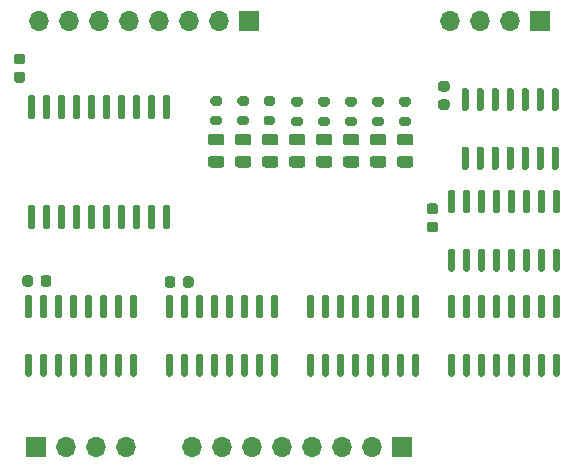
<source format=gbr>
%TF.GenerationSoftware,KiCad,Pcbnew,(5.1.10-1-10_14)*%
%TF.CreationDate,2021-09-22T20:52:25-04:00*%
%TF.ProjectId,SHIFT,53484946-542e-46b6-9963-61645f706362,rev?*%
%TF.SameCoordinates,Original*%
%TF.FileFunction,Soldermask,Top*%
%TF.FilePolarity,Negative*%
%FSLAX46Y46*%
G04 Gerber Fmt 4.6, Leading zero omitted, Abs format (unit mm)*
G04 Created by KiCad (PCBNEW (5.1.10-1-10_14)) date 2021-09-22 20:52:25*
%MOMM*%
%LPD*%
G01*
G04 APERTURE LIST*
%ADD10R,1.700000X1.700000*%
%ADD11O,1.700000X1.700000*%
G04 APERTURE END LIST*
%TO.C,C5*%
G36*
G01*
X128640000Y-55495000D02*
X128140000Y-55495000D01*
G75*
G02*
X127915000Y-55270000I0J225000D01*
G01*
X127915000Y-54820000D01*
G75*
G02*
X128140000Y-54595000I225000J0D01*
G01*
X128640000Y-54595000D01*
G75*
G02*
X128865000Y-54820000I0J-225000D01*
G01*
X128865000Y-55270000D01*
G75*
G02*
X128640000Y-55495000I-225000J0D01*
G01*
G37*
G36*
G01*
X128640000Y-57045000D02*
X128140000Y-57045000D01*
G75*
G02*
X127915000Y-56820000I0J225000D01*
G01*
X127915000Y-56370000D01*
G75*
G02*
X128140000Y-56145000I225000J0D01*
G01*
X128640000Y-56145000D01*
G75*
G02*
X128865000Y-56370000I0J-225000D01*
G01*
X128865000Y-56820000D01*
G75*
G02*
X128640000Y-57045000I-225000J0D01*
G01*
G37*
%TD*%
%TO.C,C4*%
G36*
G01*
X142225000Y-74180000D02*
X142225000Y-73680000D01*
G75*
G02*
X142450000Y-73455000I225000J0D01*
G01*
X142900000Y-73455000D01*
G75*
G02*
X143125000Y-73680000I0J-225000D01*
G01*
X143125000Y-74180000D01*
G75*
G02*
X142900000Y-74405000I-225000J0D01*
G01*
X142450000Y-74405000D01*
G75*
G02*
X142225000Y-74180000I0J225000D01*
G01*
G37*
G36*
G01*
X140675000Y-74180000D02*
X140675000Y-73680000D01*
G75*
G02*
X140900000Y-73455000I225000J0D01*
G01*
X141350000Y-73455000D01*
G75*
G02*
X141575000Y-73680000I0J-225000D01*
G01*
X141575000Y-74180000D01*
G75*
G02*
X141350000Y-74405000I-225000J0D01*
G01*
X140900000Y-74405000D01*
G75*
G02*
X140675000Y-74180000I0J225000D01*
G01*
G37*
%TD*%
%TO.C,C3*%
G36*
G01*
X164570000Y-57815000D02*
X164070000Y-57815000D01*
G75*
G02*
X163845000Y-57590000I0J225000D01*
G01*
X163845000Y-57140000D01*
G75*
G02*
X164070000Y-56915000I225000J0D01*
G01*
X164570000Y-56915000D01*
G75*
G02*
X164795000Y-57140000I0J-225000D01*
G01*
X164795000Y-57590000D01*
G75*
G02*
X164570000Y-57815000I-225000J0D01*
G01*
G37*
G36*
G01*
X164570000Y-59365000D02*
X164070000Y-59365000D01*
G75*
G02*
X163845000Y-59140000I0J225000D01*
G01*
X163845000Y-58690000D01*
G75*
G02*
X164070000Y-58465000I225000J0D01*
G01*
X164570000Y-58465000D01*
G75*
G02*
X164795000Y-58690000I0J-225000D01*
G01*
X164795000Y-59140000D01*
G75*
G02*
X164570000Y-59365000I-225000J0D01*
G01*
G37*
%TD*%
%TO.C,C2*%
G36*
G01*
X130185000Y-74100000D02*
X130185000Y-73600000D01*
G75*
G02*
X130410000Y-73375000I225000J0D01*
G01*
X130860000Y-73375000D01*
G75*
G02*
X131085000Y-73600000I0J-225000D01*
G01*
X131085000Y-74100000D01*
G75*
G02*
X130860000Y-74325000I-225000J0D01*
G01*
X130410000Y-74325000D01*
G75*
G02*
X130185000Y-74100000I0J225000D01*
G01*
G37*
G36*
G01*
X128635000Y-74100000D02*
X128635000Y-73600000D01*
G75*
G02*
X128860000Y-73375000I225000J0D01*
G01*
X129310000Y-73375000D01*
G75*
G02*
X129535000Y-73600000I0J-225000D01*
G01*
X129535000Y-74100000D01*
G75*
G02*
X129310000Y-74325000I-225000J0D01*
G01*
X128860000Y-74325000D01*
G75*
G02*
X128635000Y-74100000I0J225000D01*
G01*
G37*
%TD*%
%TO.C,C1*%
G36*
G01*
X163600000Y-68170000D02*
X163100000Y-68170000D01*
G75*
G02*
X162875000Y-67945000I0J225000D01*
G01*
X162875000Y-67495000D01*
G75*
G02*
X163100000Y-67270000I225000J0D01*
G01*
X163600000Y-67270000D01*
G75*
G02*
X163825000Y-67495000I0J-225000D01*
G01*
X163825000Y-67945000D01*
G75*
G02*
X163600000Y-68170000I-225000J0D01*
G01*
G37*
G36*
G01*
X163600000Y-69720000D02*
X163100000Y-69720000D01*
G75*
G02*
X162875000Y-69495000I0J225000D01*
G01*
X162875000Y-69045000D01*
G75*
G02*
X163100000Y-68820000I225000J0D01*
G01*
X163600000Y-68820000D01*
G75*
G02*
X163825000Y-69045000I0J-225000D01*
G01*
X163825000Y-69495000D01*
G75*
G02*
X163600000Y-69720000I-225000J0D01*
G01*
G37*
%TD*%
%TO.C,U15*%
G36*
G01*
X161311000Y-59074000D02*
X160761000Y-59074000D01*
G75*
G02*
X160561000Y-58874000I0J200000D01*
G01*
X160561000Y-58474000D01*
G75*
G02*
X160761000Y-58274000I200000J0D01*
G01*
X161311000Y-58274000D01*
G75*
G02*
X161511000Y-58474000I0J-200000D01*
G01*
X161511000Y-58874000D01*
G75*
G02*
X161311000Y-59074000I-200000J0D01*
G01*
G37*
G36*
G01*
X161311000Y-60724000D02*
X160761000Y-60724000D01*
G75*
G02*
X160561000Y-60524000I0J200000D01*
G01*
X160561000Y-60124000D01*
G75*
G02*
X160761000Y-59924000I200000J0D01*
G01*
X161311000Y-59924000D01*
G75*
G02*
X161511000Y-60124000I0J-200000D01*
G01*
X161511000Y-60524000D01*
G75*
G02*
X161311000Y-60724000I-200000J0D01*
G01*
G37*
%TD*%
%TO.C,U14*%
G36*
G01*
X159025000Y-59074000D02*
X158475000Y-59074000D01*
G75*
G02*
X158275000Y-58874000I0J200000D01*
G01*
X158275000Y-58474000D01*
G75*
G02*
X158475000Y-58274000I200000J0D01*
G01*
X159025000Y-58274000D01*
G75*
G02*
X159225000Y-58474000I0J-200000D01*
G01*
X159225000Y-58874000D01*
G75*
G02*
X159025000Y-59074000I-200000J0D01*
G01*
G37*
G36*
G01*
X159025000Y-60724000D02*
X158475000Y-60724000D01*
G75*
G02*
X158275000Y-60524000I0J200000D01*
G01*
X158275000Y-60124000D01*
G75*
G02*
X158475000Y-59924000I200000J0D01*
G01*
X159025000Y-59924000D01*
G75*
G02*
X159225000Y-60124000I0J-200000D01*
G01*
X159225000Y-60524000D01*
G75*
G02*
X159025000Y-60724000I-200000J0D01*
G01*
G37*
%TD*%
%TO.C,U13*%
G36*
G01*
X156739000Y-59074000D02*
X156189000Y-59074000D01*
G75*
G02*
X155989000Y-58874000I0J200000D01*
G01*
X155989000Y-58474000D01*
G75*
G02*
X156189000Y-58274000I200000J0D01*
G01*
X156739000Y-58274000D01*
G75*
G02*
X156939000Y-58474000I0J-200000D01*
G01*
X156939000Y-58874000D01*
G75*
G02*
X156739000Y-59074000I-200000J0D01*
G01*
G37*
G36*
G01*
X156739000Y-60724000D02*
X156189000Y-60724000D01*
G75*
G02*
X155989000Y-60524000I0J200000D01*
G01*
X155989000Y-60124000D01*
G75*
G02*
X156189000Y-59924000I200000J0D01*
G01*
X156739000Y-59924000D01*
G75*
G02*
X156939000Y-60124000I0J-200000D01*
G01*
X156939000Y-60524000D01*
G75*
G02*
X156739000Y-60724000I-200000J0D01*
G01*
G37*
%TD*%
%TO.C,U12*%
G36*
G01*
X154453000Y-59074000D02*
X153903000Y-59074000D01*
G75*
G02*
X153703000Y-58874000I0J200000D01*
G01*
X153703000Y-58474000D01*
G75*
G02*
X153903000Y-58274000I200000J0D01*
G01*
X154453000Y-58274000D01*
G75*
G02*
X154653000Y-58474000I0J-200000D01*
G01*
X154653000Y-58874000D01*
G75*
G02*
X154453000Y-59074000I-200000J0D01*
G01*
G37*
G36*
G01*
X154453000Y-60724000D02*
X153903000Y-60724000D01*
G75*
G02*
X153703000Y-60524000I0J200000D01*
G01*
X153703000Y-60124000D01*
G75*
G02*
X153903000Y-59924000I200000J0D01*
G01*
X154453000Y-59924000D01*
G75*
G02*
X154653000Y-60124000I0J-200000D01*
G01*
X154653000Y-60524000D01*
G75*
G02*
X154453000Y-60724000I-200000J0D01*
G01*
G37*
%TD*%
%TO.C,U11*%
G36*
G01*
X152167000Y-59074000D02*
X151617000Y-59074000D01*
G75*
G02*
X151417000Y-58874000I0J200000D01*
G01*
X151417000Y-58474000D01*
G75*
G02*
X151617000Y-58274000I200000J0D01*
G01*
X152167000Y-58274000D01*
G75*
G02*
X152367000Y-58474000I0J-200000D01*
G01*
X152367000Y-58874000D01*
G75*
G02*
X152167000Y-59074000I-200000J0D01*
G01*
G37*
G36*
G01*
X152167000Y-60724000D02*
X151617000Y-60724000D01*
G75*
G02*
X151417000Y-60524000I0J200000D01*
G01*
X151417000Y-60124000D01*
G75*
G02*
X151617000Y-59924000I200000J0D01*
G01*
X152167000Y-59924000D01*
G75*
G02*
X152367000Y-60124000I0J-200000D01*
G01*
X152367000Y-60524000D01*
G75*
G02*
X152167000Y-60724000I-200000J0D01*
G01*
G37*
%TD*%
%TO.C,U10*%
G36*
G01*
X149818000Y-59011000D02*
X149268000Y-59011000D01*
G75*
G02*
X149068000Y-58811000I0J200000D01*
G01*
X149068000Y-58411000D01*
G75*
G02*
X149268000Y-58211000I200000J0D01*
G01*
X149818000Y-58211000D01*
G75*
G02*
X150018000Y-58411000I0J-200000D01*
G01*
X150018000Y-58811000D01*
G75*
G02*
X149818000Y-59011000I-200000J0D01*
G01*
G37*
G36*
G01*
X149818000Y-60661000D02*
X149268000Y-60661000D01*
G75*
G02*
X149068000Y-60461000I0J200000D01*
G01*
X149068000Y-60061000D01*
G75*
G02*
X149268000Y-59861000I200000J0D01*
G01*
X149818000Y-59861000D01*
G75*
G02*
X150018000Y-60061000I0J-200000D01*
G01*
X150018000Y-60461000D01*
G75*
G02*
X149818000Y-60661000I-200000J0D01*
G01*
G37*
%TD*%
%TO.C,U9*%
G36*
G01*
X147595000Y-59011000D02*
X147045000Y-59011000D01*
G75*
G02*
X146845000Y-58811000I0J200000D01*
G01*
X146845000Y-58411000D01*
G75*
G02*
X147045000Y-58211000I200000J0D01*
G01*
X147595000Y-58211000D01*
G75*
G02*
X147795000Y-58411000I0J-200000D01*
G01*
X147795000Y-58811000D01*
G75*
G02*
X147595000Y-59011000I-200000J0D01*
G01*
G37*
G36*
G01*
X147595000Y-60661000D02*
X147045000Y-60661000D01*
G75*
G02*
X146845000Y-60461000I0J200000D01*
G01*
X146845000Y-60061000D01*
G75*
G02*
X147045000Y-59861000I200000J0D01*
G01*
X147595000Y-59861000D01*
G75*
G02*
X147795000Y-60061000I0J-200000D01*
G01*
X147795000Y-60461000D01*
G75*
G02*
X147595000Y-60661000I-200000J0D01*
G01*
G37*
%TD*%
%TO.C,U8*%
G36*
G01*
X145309000Y-59011000D02*
X144759000Y-59011000D01*
G75*
G02*
X144559000Y-58811000I0J200000D01*
G01*
X144559000Y-58411000D01*
G75*
G02*
X144759000Y-58211000I200000J0D01*
G01*
X145309000Y-58211000D01*
G75*
G02*
X145509000Y-58411000I0J-200000D01*
G01*
X145509000Y-58811000D01*
G75*
G02*
X145309000Y-59011000I-200000J0D01*
G01*
G37*
G36*
G01*
X145309000Y-60661000D02*
X144759000Y-60661000D01*
G75*
G02*
X144559000Y-60461000I0J200000D01*
G01*
X144559000Y-60061000D01*
G75*
G02*
X144759000Y-59861000I200000J0D01*
G01*
X145309000Y-59861000D01*
G75*
G02*
X145509000Y-60061000I0J-200000D01*
G01*
X145509000Y-60461000D01*
G75*
G02*
X145309000Y-60661000I-200000J0D01*
G01*
G37*
%TD*%
%TO.C,D8*%
G36*
G01*
X160579750Y-63266500D02*
X161492250Y-63266500D01*
G75*
G02*
X161736000Y-63510250I0J-243750D01*
G01*
X161736000Y-63997750D01*
G75*
G02*
X161492250Y-64241500I-243750J0D01*
G01*
X160579750Y-64241500D01*
G75*
G02*
X160336000Y-63997750I0J243750D01*
G01*
X160336000Y-63510250D01*
G75*
G02*
X160579750Y-63266500I243750J0D01*
G01*
G37*
G36*
G01*
X160579750Y-61391500D02*
X161492250Y-61391500D01*
G75*
G02*
X161736000Y-61635250I0J-243750D01*
G01*
X161736000Y-62122750D01*
G75*
G02*
X161492250Y-62366500I-243750J0D01*
G01*
X160579750Y-62366500D01*
G75*
G02*
X160336000Y-62122750I0J243750D01*
G01*
X160336000Y-61635250D01*
G75*
G02*
X160579750Y-61391500I243750J0D01*
G01*
G37*
%TD*%
%TO.C,D7*%
G36*
G01*
X158293750Y-63266500D02*
X159206250Y-63266500D01*
G75*
G02*
X159450000Y-63510250I0J-243750D01*
G01*
X159450000Y-63997750D01*
G75*
G02*
X159206250Y-64241500I-243750J0D01*
G01*
X158293750Y-64241500D01*
G75*
G02*
X158050000Y-63997750I0J243750D01*
G01*
X158050000Y-63510250D01*
G75*
G02*
X158293750Y-63266500I243750J0D01*
G01*
G37*
G36*
G01*
X158293750Y-61391500D02*
X159206250Y-61391500D01*
G75*
G02*
X159450000Y-61635250I0J-243750D01*
G01*
X159450000Y-62122750D01*
G75*
G02*
X159206250Y-62366500I-243750J0D01*
G01*
X158293750Y-62366500D01*
G75*
G02*
X158050000Y-62122750I0J243750D01*
G01*
X158050000Y-61635250D01*
G75*
G02*
X158293750Y-61391500I243750J0D01*
G01*
G37*
%TD*%
%TO.C,D6*%
G36*
G01*
X156007750Y-63266500D02*
X156920250Y-63266500D01*
G75*
G02*
X157164000Y-63510250I0J-243750D01*
G01*
X157164000Y-63997750D01*
G75*
G02*
X156920250Y-64241500I-243750J0D01*
G01*
X156007750Y-64241500D01*
G75*
G02*
X155764000Y-63997750I0J243750D01*
G01*
X155764000Y-63510250D01*
G75*
G02*
X156007750Y-63266500I243750J0D01*
G01*
G37*
G36*
G01*
X156007750Y-61391500D02*
X156920250Y-61391500D01*
G75*
G02*
X157164000Y-61635250I0J-243750D01*
G01*
X157164000Y-62122750D01*
G75*
G02*
X156920250Y-62366500I-243750J0D01*
G01*
X156007750Y-62366500D01*
G75*
G02*
X155764000Y-62122750I0J243750D01*
G01*
X155764000Y-61635250D01*
G75*
G02*
X156007750Y-61391500I243750J0D01*
G01*
G37*
%TD*%
%TO.C,D5*%
G36*
G01*
X153721750Y-63266500D02*
X154634250Y-63266500D01*
G75*
G02*
X154878000Y-63510250I0J-243750D01*
G01*
X154878000Y-63997750D01*
G75*
G02*
X154634250Y-64241500I-243750J0D01*
G01*
X153721750Y-64241500D01*
G75*
G02*
X153478000Y-63997750I0J243750D01*
G01*
X153478000Y-63510250D01*
G75*
G02*
X153721750Y-63266500I243750J0D01*
G01*
G37*
G36*
G01*
X153721750Y-61391500D02*
X154634250Y-61391500D01*
G75*
G02*
X154878000Y-61635250I0J-243750D01*
G01*
X154878000Y-62122750D01*
G75*
G02*
X154634250Y-62366500I-243750J0D01*
G01*
X153721750Y-62366500D01*
G75*
G02*
X153478000Y-62122750I0J243750D01*
G01*
X153478000Y-61635250D01*
G75*
G02*
X153721750Y-61391500I243750J0D01*
G01*
G37*
%TD*%
%TO.C,D4*%
G36*
G01*
X151435750Y-63266500D02*
X152348250Y-63266500D01*
G75*
G02*
X152592000Y-63510250I0J-243750D01*
G01*
X152592000Y-63997750D01*
G75*
G02*
X152348250Y-64241500I-243750J0D01*
G01*
X151435750Y-64241500D01*
G75*
G02*
X151192000Y-63997750I0J243750D01*
G01*
X151192000Y-63510250D01*
G75*
G02*
X151435750Y-63266500I243750J0D01*
G01*
G37*
G36*
G01*
X151435750Y-61391500D02*
X152348250Y-61391500D01*
G75*
G02*
X152592000Y-61635250I0J-243750D01*
G01*
X152592000Y-62122750D01*
G75*
G02*
X152348250Y-62366500I-243750J0D01*
G01*
X151435750Y-62366500D01*
G75*
G02*
X151192000Y-62122750I0J243750D01*
G01*
X151192000Y-61635250D01*
G75*
G02*
X151435750Y-61391500I243750J0D01*
G01*
G37*
%TD*%
%TO.C,D3*%
G36*
G01*
X149149750Y-63266500D02*
X150062250Y-63266500D01*
G75*
G02*
X150306000Y-63510250I0J-243750D01*
G01*
X150306000Y-63997750D01*
G75*
G02*
X150062250Y-64241500I-243750J0D01*
G01*
X149149750Y-64241500D01*
G75*
G02*
X148906000Y-63997750I0J243750D01*
G01*
X148906000Y-63510250D01*
G75*
G02*
X149149750Y-63266500I243750J0D01*
G01*
G37*
G36*
G01*
X149149750Y-61391500D02*
X150062250Y-61391500D01*
G75*
G02*
X150306000Y-61635250I0J-243750D01*
G01*
X150306000Y-62122750D01*
G75*
G02*
X150062250Y-62366500I-243750J0D01*
G01*
X149149750Y-62366500D01*
G75*
G02*
X148906000Y-62122750I0J243750D01*
G01*
X148906000Y-61635250D01*
G75*
G02*
X149149750Y-61391500I243750J0D01*
G01*
G37*
%TD*%
%TO.C,D2*%
G36*
G01*
X146863750Y-63266500D02*
X147776250Y-63266500D01*
G75*
G02*
X148020000Y-63510250I0J-243750D01*
G01*
X148020000Y-63997750D01*
G75*
G02*
X147776250Y-64241500I-243750J0D01*
G01*
X146863750Y-64241500D01*
G75*
G02*
X146620000Y-63997750I0J243750D01*
G01*
X146620000Y-63510250D01*
G75*
G02*
X146863750Y-63266500I243750J0D01*
G01*
G37*
G36*
G01*
X146863750Y-61391500D02*
X147776250Y-61391500D01*
G75*
G02*
X148020000Y-61635250I0J-243750D01*
G01*
X148020000Y-62122750D01*
G75*
G02*
X147776250Y-62366500I-243750J0D01*
G01*
X146863750Y-62366500D01*
G75*
G02*
X146620000Y-62122750I0J243750D01*
G01*
X146620000Y-61635250D01*
G75*
G02*
X146863750Y-61391500I243750J0D01*
G01*
G37*
%TD*%
%TO.C,D1*%
G36*
G01*
X144577750Y-63266500D02*
X145490250Y-63266500D01*
G75*
G02*
X145734000Y-63510250I0J-243750D01*
G01*
X145734000Y-63997750D01*
G75*
G02*
X145490250Y-64241500I-243750J0D01*
G01*
X144577750Y-64241500D01*
G75*
G02*
X144334000Y-63997750I0J243750D01*
G01*
X144334000Y-63510250D01*
G75*
G02*
X144577750Y-63266500I243750J0D01*
G01*
G37*
G36*
G01*
X144577750Y-61391500D02*
X145490250Y-61391500D01*
G75*
G02*
X145734000Y-61635250I0J-243750D01*
G01*
X145734000Y-62122750D01*
G75*
G02*
X145490250Y-62366500I-243750J0D01*
G01*
X144577750Y-62366500D01*
G75*
G02*
X144334000Y-62122750I0J243750D01*
G01*
X144334000Y-61635250D01*
G75*
G02*
X144577750Y-61391500I243750J0D01*
G01*
G37*
%TD*%
D10*
%TO.C,J4*%
X129794000Y-87884000D03*
D11*
X132334000Y-87884000D03*
X134874000Y-87884000D03*
X137414000Y-87884000D03*
%TD*%
%TO.C,J1*%
X164846000Y-51816000D03*
X167386000Y-51816000D03*
X169926000Y-51816000D03*
D10*
X172466000Y-51816000D03*
%TD*%
%TO.C,U7*%
G36*
G01*
X166266000Y-59460000D02*
X165966000Y-59460000D01*
G75*
G02*
X165816000Y-59310000I0J150000D01*
G01*
X165816000Y-57660000D01*
G75*
G02*
X165966000Y-57510000I150000J0D01*
G01*
X166266000Y-57510000D01*
G75*
G02*
X166416000Y-57660000I0J-150000D01*
G01*
X166416000Y-59310000D01*
G75*
G02*
X166266000Y-59460000I-150000J0D01*
G01*
G37*
G36*
G01*
X167536000Y-59460000D02*
X167236000Y-59460000D01*
G75*
G02*
X167086000Y-59310000I0J150000D01*
G01*
X167086000Y-57660000D01*
G75*
G02*
X167236000Y-57510000I150000J0D01*
G01*
X167536000Y-57510000D01*
G75*
G02*
X167686000Y-57660000I0J-150000D01*
G01*
X167686000Y-59310000D01*
G75*
G02*
X167536000Y-59460000I-150000J0D01*
G01*
G37*
G36*
G01*
X168806000Y-59460000D02*
X168506000Y-59460000D01*
G75*
G02*
X168356000Y-59310000I0J150000D01*
G01*
X168356000Y-57660000D01*
G75*
G02*
X168506000Y-57510000I150000J0D01*
G01*
X168806000Y-57510000D01*
G75*
G02*
X168956000Y-57660000I0J-150000D01*
G01*
X168956000Y-59310000D01*
G75*
G02*
X168806000Y-59460000I-150000J0D01*
G01*
G37*
G36*
G01*
X170076000Y-59460000D02*
X169776000Y-59460000D01*
G75*
G02*
X169626000Y-59310000I0J150000D01*
G01*
X169626000Y-57660000D01*
G75*
G02*
X169776000Y-57510000I150000J0D01*
G01*
X170076000Y-57510000D01*
G75*
G02*
X170226000Y-57660000I0J-150000D01*
G01*
X170226000Y-59310000D01*
G75*
G02*
X170076000Y-59460000I-150000J0D01*
G01*
G37*
G36*
G01*
X171346000Y-59460000D02*
X171046000Y-59460000D01*
G75*
G02*
X170896000Y-59310000I0J150000D01*
G01*
X170896000Y-57660000D01*
G75*
G02*
X171046000Y-57510000I150000J0D01*
G01*
X171346000Y-57510000D01*
G75*
G02*
X171496000Y-57660000I0J-150000D01*
G01*
X171496000Y-59310000D01*
G75*
G02*
X171346000Y-59460000I-150000J0D01*
G01*
G37*
G36*
G01*
X172616000Y-59460000D02*
X172316000Y-59460000D01*
G75*
G02*
X172166000Y-59310000I0J150000D01*
G01*
X172166000Y-57660000D01*
G75*
G02*
X172316000Y-57510000I150000J0D01*
G01*
X172616000Y-57510000D01*
G75*
G02*
X172766000Y-57660000I0J-150000D01*
G01*
X172766000Y-59310000D01*
G75*
G02*
X172616000Y-59460000I-150000J0D01*
G01*
G37*
G36*
G01*
X173886000Y-59460000D02*
X173586000Y-59460000D01*
G75*
G02*
X173436000Y-59310000I0J150000D01*
G01*
X173436000Y-57660000D01*
G75*
G02*
X173586000Y-57510000I150000J0D01*
G01*
X173886000Y-57510000D01*
G75*
G02*
X174036000Y-57660000I0J-150000D01*
G01*
X174036000Y-59310000D01*
G75*
G02*
X173886000Y-59460000I-150000J0D01*
G01*
G37*
G36*
G01*
X173886000Y-64410000D02*
X173586000Y-64410000D01*
G75*
G02*
X173436000Y-64260000I0J150000D01*
G01*
X173436000Y-62610000D01*
G75*
G02*
X173586000Y-62460000I150000J0D01*
G01*
X173886000Y-62460000D01*
G75*
G02*
X174036000Y-62610000I0J-150000D01*
G01*
X174036000Y-64260000D01*
G75*
G02*
X173886000Y-64410000I-150000J0D01*
G01*
G37*
G36*
G01*
X172616000Y-64410000D02*
X172316000Y-64410000D01*
G75*
G02*
X172166000Y-64260000I0J150000D01*
G01*
X172166000Y-62610000D01*
G75*
G02*
X172316000Y-62460000I150000J0D01*
G01*
X172616000Y-62460000D01*
G75*
G02*
X172766000Y-62610000I0J-150000D01*
G01*
X172766000Y-64260000D01*
G75*
G02*
X172616000Y-64410000I-150000J0D01*
G01*
G37*
G36*
G01*
X171346000Y-64410000D02*
X171046000Y-64410000D01*
G75*
G02*
X170896000Y-64260000I0J150000D01*
G01*
X170896000Y-62610000D01*
G75*
G02*
X171046000Y-62460000I150000J0D01*
G01*
X171346000Y-62460000D01*
G75*
G02*
X171496000Y-62610000I0J-150000D01*
G01*
X171496000Y-64260000D01*
G75*
G02*
X171346000Y-64410000I-150000J0D01*
G01*
G37*
G36*
G01*
X170076000Y-64410000D02*
X169776000Y-64410000D01*
G75*
G02*
X169626000Y-64260000I0J150000D01*
G01*
X169626000Y-62610000D01*
G75*
G02*
X169776000Y-62460000I150000J0D01*
G01*
X170076000Y-62460000D01*
G75*
G02*
X170226000Y-62610000I0J-150000D01*
G01*
X170226000Y-64260000D01*
G75*
G02*
X170076000Y-64410000I-150000J0D01*
G01*
G37*
G36*
G01*
X168806000Y-64410000D02*
X168506000Y-64410000D01*
G75*
G02*
X168356000Y-64260000I0J150000D01*
G01*
X168356000Y-62610000D01*
G75*
G02*
X168506000Y-62460000I150000J0D01*
G01*
X168806000Y-62460000D01*
G75*
G02*
X168956000Y-62610000I0J-150000D01*
G01*
X168956000Y-64260000D01*
G75*
G02*
X168806000Y-64410000I-150000J0D01*
G01*
G37*
G36*
G01*
X167536000Y-64410000D02*
X167236000Y-64410000D01*
G75*
G02*
X167086000Y-64260000I0J150000D01*
G01*
X167086000Y-62610000D01*
G75*
G02*
X167236000Y-62460000I150000J0D01*
G01*
X167536000Y-62460000D01*
G75*
G02*
X167686000Y-62610000I0J-150000D01*
G01*
X167686000Y-64260000D01*
G75*
G02*
X167536000Y-64410000I-150000J0D01*
G01*
G37*
G36*
G01*
X166266000Y-64410000D02*
X165966000Y-64410000D01*
G75*
G02*
X165816000Y-64260000I0J150000D01*
G01*
X165816000Y-62610000D01*
G75*
G02*
X165966000Y-62460000I150000J0D01*
G01*
X166266000Y-62460000D01*
G75*
G02*
X166416000Y-62610000I0J-150000D01*
G01*
X166416000Y-64260000D01*
G75*
G02*
X166266000Y-64410000I-150000J0D01*
G01*
G37*
%TD*%
%TO.C,U6*%
G36*
G01*
X165123000Y-68096000D02*
X164823000Y-68096000D01*
G75*
G02*
X164673000Y-67946000I0J150000D01*
G01*
X164673000Y-66296000D01*
G75*
G02*
X164823000Y-66146000I150000J0D01*
G01*
X165123000Y-66146000D01*
G75*
G02*
X165273000Y-66296000I0J-150000D01*
G01*
X165273000Y-67946000D01*
G75*
G02*
X165123000Y-68096000I-150000J0D01*
G01*
G37*
G36*
G01*
X166393000Y-68096000D02*
X166093000Y-68096000D01*
G75*
G02*
X165943000Y-67946000I0J150000D01*
G01*
X165943000Y-66296000D01*
G75*
G02*
X166093000Y-66146000I150000J0D01*
G01*
X166393000Y-66146000D01*
G75*
G02*
X166543000Y-66296000I0J-150000D01*
G01*
X166543000Y-67946000D01*
G75*
G02*
X166393000Y-68096000I-150000J0D01*
G01*
G37*
G36*
G01*
X167663000Y-68096000D02*
X167363000Y-68096000D01*
G75*
G02*
X167213000Y-67946000I0J150000D01*
G01*
X167213000Y-66296000D01*
G75*
G02*
X167363000Y-66146000I150000J0D01*
G01*
X167663000Y-66146000D01*
G75*
G02*
X167813000Y-66296000I0J-150000D01*
G01*
X167813000Y-67946000D01*
G75*
G02*
X167663000Y-68096000I-150000J0D01*
G01*
G37*
G36*
G01*
X168933000Y-68096000D02*
X168633000Y-68096000D01*
G75*
G02*
X168483000Y-67946000I0J150000D01*
G01*
X168483000Y-66296000D01*
G75*
G02*
X168633000Y-66146000I150000J0D01*
G01*
X168933000Y-66146000D01*
G75*
G02*
X169083000Y-66296000I0J-150000D01*
G01*
X169083000Y-67946000D01*
G75*
G02*
X168933000Y-68096000I-150000J0D01*
G01*
G37*
G36*
G01*
X170203000Y-68096000D02*
X169903000Y-68096000D01*
G75*
G02*
X169753000Y-67946000I0J150000D01*
G01*
X169753000Y-66296000D01*
G75*
G02*
X169903000Y-66146000I150000J0D01*
G01*
X170203000Y-66146000D01*
G75*
G02*
X170353000Y-66296000I0J-150000D01*
G01*
X170353000Y-67946000D01*
G75*
G02*
X170203000Y-68096000I-150000J0D01*
G01*
G37*
G36*
G01*
X171473000Y-68096000D02*
X171173000Y-68096000D01*
G75*
G02*
X171023000Y-67946000I0J150000D01*
G01*
X171023000Y-66296000D01*
G75*
G02*
X171173000Y-66146000I150000J0D01*
G01*
X171473000Y-66146000D01*
G75*
G02*
X171623000Y-66296000I0J-150000D01*
G01*
X171623000Y-67946000D01*
G75*
G02*
X171473000Y-68096000I-150000J0D01*
G01*
G37*
G36*
G01*
X172743000Y-68096000D02*
X172443000Y-68096000D01*
G75*
G02*
X172293000Y-67946000I0J150000D01*
G01*
X172293000Y-66296000D01*
G75*
G02*
X172443000Y-66146000I150000J0D01*
G01*
X172743000Y-66146000D01*
G75*
G02*
X172893000Y-66296000I0J-150000D01*
G01*
X172893000Y-67946000D01*
G75*
G02*
X172743000Y-68096000I-150000J0D01*
G01*
G37*
G36*
G01*
X174013000Y-68096000D02*
X173713000Y-68096000D01*
G75*
G02*
X173563000Y-67946000I0J150000D01*
G01*
X173563000Y-66296000D01*
G75*
G02*
X173713000Y-66146000I150000J0D01*
G01*
X174013000Y-66146000D01*
G75*
G02*
X174163000Y-66296000I0J-150000D01*
G01*
X174163000Y-67946000D01*
G75*
G02*
X174013000Y-68096000I-150000J0D01*
G01*
G37*
G36*
G01*
X174013000Y-73046000D02*
X173713000Y-73046000D01*
G75*
G02*
X173563000Y-72896000I0J150000D01*
G01*
X173563000Y-71246000D01*
G75*
G02*
X173713000Y-71096000I150000J0D01*
G01*
X174013000Y-71096000D01*
G75*
G02*
X174163000Y-71246000I0J-150000D01*
G01*
X174163000Y-72896000D01*
G75*
G02*
X174013000Y-73046000I-150000J0D01*
G01*
G37*
G36*
G01*
X172743000Y-73046000D02*
X172443000Y-73046000D01*
G75*
G02*
X172293000Y-72896000I0J150000D01*
G01*
X172293000Y-71246000D01*
G75*
G02*
X172443000Y-71096000I150000J0D01*
G01*
X172743000Y-71096000D01*
G75*
G02*
X172893000Y-71246000I0J-150000D01*
G01*
X172893000Y-72896000D01*
G75*
G02*
X172743000Y-73046000I-150000J0D01*
G01*
G37*
G36*
G01*
X171473000Y-73046000D02*
X171173000Y-73046000D01*
G75*
G02*
X171023000Y-72896000I0J150000D01*
G01*
X171023000Y-71246000D01*
G75*
G02*
X171173000Y-71096000I150000J0D01*
G01*
X171473000Y-71096000D01*
G75*
G02*
X171623000Y-71246000I0J-150000D01*
G01*
X171623000Y-72896000D01*
G75*
G02*
X171473000Y-73046000I-150000J0D01*
G01*
G37*
G36*
G01*
X170203000Y-73046000D02*
X169903000Y-73046000D01*
G75*
G02*
X169753000Y-72896000I0J150000D01*
G01*
X169753000Y-71246000D01*
G75*
G02*
X169903000Y-71096000I150000J0D01*
G01*
X170203000Y-71096000D01*
G75*
G02*
X170353000Y-71246000I0J-150000D01*
G01*
X170353000Y-72896000D01*
G75*
G02*
X170203000Y-73046000I-150000J0D01*
G01*
G37*
G36*
G01*
X168933000Y-73046000D02*
X168633000Y-73046000D01*
G75*
G02*
X168483000Y-72896000I0J150000D01*
G01*
X168483000Y-71246000D01*
G75*
G02*
X168633000Y-71096000I150000J0D01*
G01*
X168933000Y-71096000D01*
G75*
G02*
X169083000Y-71246000I0J-150000D01*
G01*
X169083000Y-72896000D01*
G75*
G02*
X168933000Y-73046000I-150000J0D01*
G01*
G37*
G36*
G01*
X167663000Y-73046000D02*
X167363000Y-73046000D01*
G75*
G02*
X167213000Y-72896000I0J150000D01*
G01*
X167213000Y-71246000D01*
G75*
G02*
X167363000Y-71096000I150000J0D01*
G01*
X167663000Y-71096000D01*
G75*
G02*
X167813000Y-71246000I0J-150000D01*
G01*
X167813000Y-72896000D01*
G75*
G02*
X167663000Y-73046000I-150000J0D01*
G01*
G37*
G36*
G01*
X166393000Y-73046000D02*
X166093000Y-73046000D01*
G75*
G02*
X165943000Y-72896000I0J150000D01*
G01*
X165943000Y-71246000D01*
G75*
G02*
X166093000Y-71096000I150000J0D01*
G01*
X166393000Y-71096000D01*
G75*
G02*
X166543000Y-71246000I0J-150000D01*
G01*
X166543000Y-72896000D01*
G75*
G02*
X166393000Y-73046000I-150000J0D01*
G01*
G37*
G36*
G01*
X165123000Y-73046000D02*
X164823000Y-73046000D01*
G75*
G02*
X164673000Y-72896000I0J150000D01*
G01*
X164673000Y-71246000D01*
G75*
G02*
X164823000Y-71096000I150000J0D01*
G01*
X165123000Y-71096000D01*
G75*
G02*
X165273000Y-71246000I0J-150000D01*
G01*
X165273000Y-72896000D01*
G75*
G02*
X165123000Y-73046000I-150000J0D01*
G01*
G37*
%TD*%
%TO.C,U5*%
G36*
G01*
X165123000Y-76986000D02*
X164823000Y-76986000D01*
G75*
G02*
X164673000Y-76836000I0J150000D01*
G01*
X164673000Y-75186000D01*
G75*
G02*
X164823000Y-75036000I150000J0D01*
G01*
X165123000Y-75036000D01*
G75*
G02*
X165273000Y-75186000I0J-150000D01*
G01*
X165273000Y-76836000D01*
G75*
G02*
X165123000Y-76986000I-150000J0D01*
G01*
G37*
G36*
G01*
X166393000Y-76986000D02*
X166093000Y-76986000D01*
G75*
G02*
X165943000Y-76836000I0J150000D01*
G01*
X165943000Y-75186000D01*
G75*
G02*
X166093000Y-75036000I150000J0D01*
G01*
X166393000Y-75036000D01*
G75*
G02*
X166543000Y-75186000I0J-150000D01*
G01*
X166543000Y-76836000D01*
G75*
G02*
X166393000Y-76986000I-150000J0D01*
G01*
G37*
G36*
G01*
X167663000Y-76986000D02*
X167363000Y-76986000D01*
G75*
G02*
X167213000Y-76836000I0J150000D01*
G01*
X167213000Y-75186000D01*
G75*
G02*
X167363000Y-75036000I150000J0D01*
G01*
X167663000Y-75036000D01*
G75*
G02*
X167813000Y-75186000I0J-150000D01*
G01*
X167813000Y-76836000D01*
G75*
G02*
X167663000Y-76986000I-150000J0D01*
G01*
G37*
G36*
G01*
X168933000Y-76986000D02*
X168633000Y-76986000D01*
G75*
G02*
X168483000Y-76836000I0J150000D01*
G01*
X168483000Y-75186000D01*
G75*
G02*
X168633000Y-75036000I150000J0D01*
G01*
X168933000Y-75036000D01*
G75*
G02*
X169083000Y-75186000I0J-150000D01*
G01*
X169083000Y-76836000D01*
G75*
G02*
X168933000Y-76986000I-150000J0D01*
G01*
G37*
G36*
G01*
X170203000Y-76986000D02*
X169903000Y-76986000D01*
G75*
G02*
X169753000Y-76836000I0J150000D01*
G01*
X169753000Y-75186000D01*
G75*
G02*
X169903000Y-75036000I150000J0D01*
G01*
X170203000Y-75036000D01*
G75*
G02*
X170353000Y-75186000I0J-150000D01*
G01*
X170353000Y-76836000D01*
G75*
G02*
X170203000Y-76986000I-150000J0D01*
G01*
G37*
G36*
G01*
X171473000Y-76986000D02*
X171173000Y-76986000D01*
G75*
G02*
X171023000Y-76836000I0J150000D01*
G01*
X171023000Y-75186000D01*
G75*
G02*
X171173000Y-75036000I150000J0D01*
G01*
X171473000Y-75036000D01*
G75*
G02*
X171623000Y-75186000I0J-150000D01*
G01*
X171623000Y-76836000D01*
G75*
G02*
X171473000Y-76986000I-150000J0D01*
G01*
G37*
G36*
G01*
X172743000Y-76986000D02*
X172443000Y-76986000D01*
G75*
G02*
X172293000Y-76836000I0J150000D01*
G01*
X172293000Y-75186000D01*
G75*
G02*
X172443000Y-75036000I150000J0D01*
G01*
X172743000Y-75036000D01*
G75*
G02*
X172893000Y-75186000I0J-150000D01*
G01*
X172893000Y-76836000D01*
G75*
G02*
X172743000Y-76986000I-150000J0D01*
G01*
G37*
G36*
G01*
X174013000Y-76986000D02*
X173713000Y-76986000D01*
G75*
G02*
X173563000Y-76836000I0J150000D01*
G01*
X173563000Y-75186000D01*
G75*
G02*
X173713000Y-75036000I150000J0D01*
G01*
X174013000Y-75036000D01*
G75*
G02*
X174163000Y-75186000I0J-150000D01*
G01*
X174163000Y-76836000D01*
G75*
G02*
X174013000Y-76986000I-150000J0D01*
G01*
G37*
G36*
G01*
X174013000Y-81936000D02*
X173713000Y-81936000D01*
G75*
G02*
X173563000Y-81786000I0J150000D01*
G01*
X173563000Y-80136000D01*
G75*
G02*
X173713000Y-79986000I150000J0D01*
G01*
X174013000Y-79986000D01*
G75*
G02*
X174163000Y-80136000I0J-150000D01*
G01*
X174163000Y-81786000D01*
G75*
G02*
X174013000Y-81936000I-150000J0D01*
G01*
G37*
G36*
G01*
X172743000Y-81936000D02*
X172443000Y-81936000D01*
G75*
G02*
X172293000Y-81786000I0J150000D01*
G01*
X172293000Y-80136000D01*
G75*
G02*
X172443000Y-79986000I150000J0D01*
G01*
X172743000Y-79986000D01*
G75*
G02*
X172893000Y-80136000I0J-150000D01*
G01*
X172893000Y-81786000D01*
G75*
G02*
X172743000Y-81936000I-150000J0D01*
G01*
G37*
G36*
G01*
X171473000Y-81936000D02*
X171173000Y-81936000D01*
G75*
G02*
X171023000Y-81786000I0J150000D01*
G01*
X171023000Y-80136000D01*
G75*
G02*
X171173000Y-79986000I150000J0D01*
G01*
X171473000Y-79986000D01*
G75*
G02*
X171623000Y-80136000I0J-150000D01*
G01*
X171623000Y-81786000D01*
G75*
G02*
X171473000Y-81936000I-150000J0D01*
G01*
G37*
G36*
G01*
X170203000Y-81936000D02*
X169903000Y-81936000D01*
G75*
G02*
X169753000Y-81786000I0J150000D01*
G01*
X169753000Y-80136000D01*
G75*
G02*
X169903000Y-79986000I150000J0D01*
G01*
X170203000Y-79986000D01*
G75*
G02*
X170353000Y-80136000I0J-150000D01*
G01*
X170353000Y-81786000D01*
G75*
G02*
X170203000Y-81936000I-150000J0D01*
G01*
G37*
G36*
G01*
X168933000Y-81936000D02*
X168633000Y-81936000D01*
G75*
G02*
X168483000Y-81786000I0J150000D01*
G01*
X168483000Y-80136000D01*
G75*
G02*
X168633000Y-79986000I150000J0D01*
G01*
X168933000Y-79986000D01*
G75*
G02*
X169083000Y-80136000I0J-150000D01*
G01*
X169083000Y-81786000D01*
G75*
G02*
X168933000Y-81936000I-150000J0D01*
G01*
G37*
G36*
G01*
X167663000Y-81936000D02*
X167363000Y-81936000D01*
G75*
G02*
X167213000Y-81786000I0J150000D01*
G01*
X167213000Y-80136000D01*
G75*
G02*
X167363000Y-79986000I150000J0D01*
G01*
X167663000Y-79986000D01*
G75*
G02*
X167813000Y-80136000I0J-150000D01*
G01*
X167813000Y-81786000D01*
G75*
G02*
X167663000Y-81936000I-150000J0D01*
G01*
G37*
G36*
G01*
X166393000Y-81936000D02*
X166093000Y-81936000D01*
G75*
G02*
X165943000Y-81786000I0J150000D01*
G01*
X165943000Y-80136000D01*
G75*
G02*
X166093000Y-79986000I150000J0D01*
G01*
X166393000Y-79986000D01*
G75*
G02*
X166543000Y-80136000I0J-150000D01*
G01*
X166543000Y-81786000D01*
G75*
G02*
X166393000Y-81936000I-150000J0D01*
G01*
G37*
G36*
G01*
X165123000Y-81936000D02*
X164823000Y-81936000D01*
G75*
G02*
X164673000Y-81786000I0J150000D01*
G01*
X164673000Y-80136000D01*
G75*
G02*
X164823000Y-79986000I150000J0D01*
G01*
X165123000Y-79986000D01*
G75*
G02*
X165273000Y-80136000I0J-150000D01*
G01*
X165273000Y-81786000D01*
G75*
G02*
X165123000Y-81936000I-150000J0D01*
G01*
G37*
%TD*%
%TO.C,U4*%
G36*
G01*
X153185000Y-76986000D02*
X152885000Y-76986000D01*
G75*
G02*
X152735000Y-76836000I0J150000D01*
G01*
X152735000Y-75186000D01*
G75*
G02*
X152885000Y-75036000I150000J0D01*
G01*
X153185000Y-75036000D01*
G75*
G02*
X153335000Y-75186000I0J-150000D01*
G01*
X153335000Y-76836000D01*
G75*
G02*
X153185000Y-76986000I-150000J0D01*
G01*
G37*
G36*
G01*
X154455000Y-76986000D02*
X154155000Y-76986000D01*
G75*
G02*
X154005000Y-76836000I0J150000D01*
G01*
X154005000Y-75186000D01*
G75*
G02*
X154155000Y-75036000I150000J0D01*
G01*
X154455000Y-75036000D01*
G75*
G02*
X154605000Y-75186000I0J-150000D01*
G01*
X154605000Y-76836000D01*
G75*
G02*
X154455000Y-76986000I-150000J0D01*
G01*
G37*
G36*
G01*
X155725000Y-76986000D02*
X155425000Y-76986000D01*
G75*
G02*
X155275000Y-76836000I0J150000D01*
G01*
X155275000Y-75186000D01*
G75*
G02*
X155425000Y-75036000I150000J0D01*
G01*
X155725000Y-75036000D01*
G75*
G02*
X155875000Y-75186000I0J-150000D01*
G01*
X155875000Y-76836000D01*
G75*
G02*
X155725000Y-76986000I-150000J0D01*
G01*
G37*
G36*
G01*
X156995000Y-76986000D02*
X156695000Y-76986000D01*
G75*
G02*
X156545000Y-76836000I0J150000D01*
G01*
X156545000Y-75186000D01*
G75*
G02*
X156695000Y-75036000I150000J0D01*
G01*
X156995000Y-75036000D01*
G75*
G02*
X157145000Y-75186000I0J-150000D01*
G01*
X157145000Y-76836000D01*
G75*
G02*
X156995000Y-76986000I-150000J0D01*
G01*
G37*
G36*
G01*
X158265000Y-76986000D02*
X157965000Y-76986000D01*
G75*
G02*
X157815000Y-76836000I0J150000D01*
G01*
X157815000Y-75186000D01*
G75*
G02*
X157965000Y-75036000I150000J0D01*
G01*
X158265000Y-75036000D01*
G75*
G02*
X158415000Y-75186000I0J-150000D01*
G01*
X158415000Y-76836000D01*
G75*
G02*
X158265000Y-76986000I-150000J0D01*
G01*
G37*
G36*
G01*
X159535000Y-76986000D02*
X159235000Y-76986000D01*
G75*
G02*
X159085000Y-76836000I0J150000D01*
G01*
X159085000Y-75186000D01*
G75*
G02*
X159235000Y-75036000I150000J0D01*
G01*
X159535000Y-75036000D01*
G75*
G02*
X159685000Y-75186000I0J-150000D01*
G01*
X159685000Y-76836000D01*
G75*
G02*
X159535000Y-76986000I-150000J0D01*
G01*
G37*
G36*
G01*
X160805000Y-76986000D02*
X160505000Y-76986000D01*
G75*
G02*
X160355000Y-76836000I0J150000D01*
G01*
X160355000Y-75186000D01*
G75*
G02*
X160505000Y-75036000I150000J0D01*
G01*
X160805000Y-75036000D01*
G75*
G02*
X160955000Y-75186000I0J-150000D01*
G01*
X160955000Y-76836000D01*
G75*
G02*
X160805000Y-76986000I-150000J0D01*
G01*
G37*
G36*
G01*
X162075000Y-76986000D02*
X161775000Y-76986000D01*
G75*
G02*
X161625000Y-76836000I0J150000D01*
G01*
X161625000Y-75186000D01*
G75*
G02*
X161775000Y-75036000I150000J0D01*
G01*
X162075000Y-75036000D01*
G75*
G02*
X162225000Y-75186000I0J-150000D01*
G01*
X162225000Y-76836000D01*
G75*
G02*
X162075000Y-76986000I-150000J0D01*
G01*
G37*
G36*
G01*
X162075000Y-81936000D02*
X161775000Y-81936000D01*
G75*
G02*
X161625000Y-81786000I0J150000D01*
G01*
X161625000Y-80136000D01*
G75*
G02*
X161775000Y-79986000I150000J0D01*
G01*
X162075000Y-79986000D01*
G75*
G02*
X162225000Y-80136000I0J-150000D01*
G01*
X162225000Y-81786000D01*
G75*
G02*
X162075000Y-81936000I-150000J0D01*
G01*
G37*
G36*
G01*
X160805000Y-81936000D02*
X160505000Y-81936000D01*
G75*
G02*
X160355000Y-81786000I0J150000D01*
G01*
X160355000Y-80136000D01*
G75*
G02*
X160505000Y-79986000I150000J0D01*
G01*
X160805000Y-79986000D01*
G75*
G02*
X160955000Y-80136000I0J-150000D01*
G01*
X160955000Y-81786000D01*
G75*
G02*
X160805000Y-81936000I-150000J0D01*
G01*
G37*
G36*
G01*
X159535000Y-81936000D02*
X159235000Y-81936000D01*
G75*
G02*
X159085000Y-81786000I0J150000D01*
G01*
X159085000Y-80136000D01*
G75*
G02*
X159235000Y-79986000I150000J0D01*
G01*
X159535000Y-79986000D01*
G75*
G02*
X159685000Y-80136000I0J-150000D01*
G01*
X159685000Y-81786000D01*
G75*
G02*
X159535000Y-81936000I-150000J0D01*
G01*
G37*
G36*
G01*
X158265000Y-81936000D02*
X157965000Y-81936000D01*
G75*
G02*
X157815000Y-81786000I0J150000D01*
G01*
X157815000Y-80136000D01*
G75*
G02*
X157965000Y-79986000I150000J0D01*
G01*
X158265000Y-79986000D01*
G75*
G02*
X158415000Y-80136000I0J-150000D01*
G01*
X158415000Y-81786000D01*
G75*
G02*
X158265000Y-81936000I-150000J0D01*
G01*
G37*
G36*
G01*
X156995000Y-81936000D02*
X156695000Y-81936000D01*
G75*
G02*
X156545000Y-81786000I0J150000D01*
G01*
X156545000Y-80136000D01*
G75*
G02*
X156695000Y-79986000I150000J0D01*
G01*
X156995000Y-79986000D01*
G75*
G02*
X157145000Y-80136000I0J-150000D01*
G01*
X157145000Y-81786000D01*
G75*
G02*
X156995000Y-81936000I-150000J0D01*
G01*
G37*
G36*
G01*
X155725000Y-81936000D02*
X155425000Y-81936000D01*
G75*
G02*
X155275000Y-81786000I0J150000D01*
G01*
X155275000Y-80136000D01*
G75*
G02*
X155425000Y-79986000I150000J0D01*
G01*
X155725000Y-79986000D01*
G75*
G02*
X155875000Y-80136000I0J-150000D01*
G01*
X155875000Y-81786000D01*
G75*
G02*
X155725000Y-81936000I-150000J0D01*
G01*
G37*
G36*
G01*
X154455000Y-81936000D02*
X154155000Y-81936000D01*
G75*
G02*
X154005000Y-81786000I0J150000D01*
G01*
X154005000Y-80136000D01*
G75*
G02*
X154155000Y-79986000I150000J0D01*
G01*
X154455000Y-79986000D01*
G75*
G02*
X154605000Y-80136000I0J-150000D01*
G01*
X154605000Y-81786000D01*
G75*
G02*
X154455000Y-81936000I-150000J0D01*
G01*
G37*
G36*
G01*
X153185000Y-81936000D02*
X152885000Y-81936000D01*
G75*
G02*
X152735000Y-81786000I0J150000D01*
G01*
X152735000Y-80136000D01*
G75*
G02*
X152885000Y-79986000I150000J0D01*
G01*
X153185000Y-79986000D01*
G75*
G02*
X153335000Y-80136000I0J-150000D01*
G01*
X153335000Y-81786000D01*
G75*
G02*
X153185000Y-81936000I-150000J0D01*
G01*
G37*
%TD*%
%TO.C,U3*%
G36*
G01*
X141247000Y-76986000D02*
X140947000Y-76986000D01*
G75*
G02*
X140797000Y-76836000I0J150000D01*
G01*
X140797000Y-75186000D01*
G75*
G02*
X140947000Y-75036000I150000J0D01*
G01*
X141247000Y-75036000D01*
G75*
G02*
X141397000Y-75186000I0J-150000D01*
G01*
X141397000Y-76836000D01*
G75*
G02*
X141247000Y-76986000I-150000J0D01*
G01*
G37*
G36*
G01*
X142517000Y-76986000D02*
X142217000Y-76986000D01*
G75*
G02*
X142067000Y-76836000I0J150000D01*
G01*
X142067000Y-75186000D01*
G75*
G02*
X142217000Y-75036000I150000J0D01*
G01*
X142517000Y-75036000D01*
G75*
G02*
X142667000Y-75186000I0J-150000D01*
G01*
X142667000Y-76836000D01*
G75*
G02*
X142517000Y-76986000I-150000J0D01*
G01*
G37*
G36*
G01*
X143787000Y-76986000D02*
X143487000Y-76986000D01*
G75*
G02*
X143337000Y-76836000I0J150000D01*
G01*
X143337000Y-75186000D01*
G75*
G02*
X143487000Y-75036000I150000J0D01*
G01*
X143787000Y-75036000D01*
G75*
G02*
X143937000Y-75186000I0J-150000D01*
G01*
X143937000Y-76836000D01*
G75*
G02*
X143787000Y-76986000I-150000J0D01*
G01*
G37*
G36*
G01*
X145057000Y-76986000D02*
X144757000Y-76986000D01*
G75*
G02*
X144607000Y-76836000I0J150000D01*
G01*
X144607000Y-75186000D01*
G75*
G02*
X144757000Y-75036000I150000J0D01*
G01*
X145057000Y-75036000D01*
G75*
G02*
X145207000Y-75186000I0J-150000D01*
G01*
X145207000Y-76836000D01*
G75*
G02*
X145057000Y-76986000I-150000J0D01*
G01*
G37*
G36*
G01*
X146327000Y-76986000D02*
X146027000Y-76986000D01*
G75*
G02*
X145877000Y-76836000I0J150000D01*
G01*
X145877000Y-75186000D01*
G75*
G02*
X146027000Y-75036000I150000J0D01*
G01*
X146327000Y-75036000D01*
G75*
G02*
X146477000Y-75186000I0J-150000D01*
G01*
X146477000Y-76836000D01*
G75*
G02*
X146327000Y-76986000I-150000J0D01*
G01*
G37*
G36*
G01*
X147597000Y-76986000D02*
X147297000Y-76986000D01*
G75*
G02*
X147147000Y-76836000I0J150000D01*
G01*
X147147000Y-75186000D01*
G75*
G02*
X147297000Y-75036000I150000J0D01*
G01*
X147597000Y-75036000D01*
G75*
G02*
X147747000Y-75186000I0J-150000D01*
G01*
X147747000Y-76836000D01*
G75*
G02*
X147597000Y-76986000I-150000J0D01*
G01*
G37*
G36*
G01*
X148867000Y-76986000D02*
X148567000Y-76986000D01*
G75*
G02*
X148417000Y-76836000I0J150000D01*
G01*
X148417000Y-75186000D01*
G75*
G02*
X148567000Y-75036000I150000J0D01*
G01*
X148867000Y-75036000D01*
G75*
G02*
X149017000Y-75186000I0J-150000D01*
G01*
X149017000Y-76836000D01*
G75*
G02*
X148867000Y-76986000I-150000J0D01*
G01*
G37*
G36*
G01*
X150137000Y-76986000D02*
X149837000Y-76986000D01*
G75*
G02*
X149687000Y-76836000I0J150000D01*
G01*
X149687000Y-75186000D01*
G75*
G02*
X149837000Y-75036000I150000J0D01*
G01*
X150137000Y-75036000D01*
G75*
G02*
X150287000Y-75186000I0J-150000D01*
G01*
X150287000Y-76836000D01*
G75*
G02*
X150137000Y-76986000I-150000J0D01*
G01*
G37*
G36*
G01*
X150137000Y-81936000D02*
X149837000Y-81936000D01*
G75*
G02*
X149687000Y-81786000I0J150000D01*
G01*
X149687000Y-80136000D01*
G75*
G02*
X149837000Y-79986000I150000J0D01*
G01*
X150137000Y-79986000D01*
G75*
G02*
X150287000Y-80136000I0J-150000D01*
G01*
X150287000Y-81786000D01*
G75*
G02*
X150137000Y-81936000I-150000J0D01*
G01*
G37*
G36*
G01*
X148867000Y-81936000D02*
X148567000Y-81936000D01*
G75*
G02*
X148417000Y-81786000I0J150000D01*
G01*
X148417000Y-80136000D01*
G75*
G02*
X148567000Y-79986000I150000J0D01*
G01*
X148867000Y-79986000D01*
G75*
G02*
X149017000Y-80136000I0J-150000D01*
G01*
X149017000Y-81786000D01*
G75*
G02*
X148867000Y-81936000I-150000J0D01*
G01*
G37*
G36*
G01*
X147597000Y-81936000D02*
X147297000Y-81936000D01*
G75*
G02*
X147147000Y-81786000I0J150000D01*
G01*
X147147000Y-80136000D01*
G75*
G02*
X147297000Y-79986000I150000J0D01*
G01*
X147597000Y-79986000D01*
G75*
G02*
X147747000Y-80136000I0J-150000D01*
G01*
X147747000Y-81786000D01*
G75*
G02*
X147597000Y-81936000I-150000J0D01*
G01*
G37*
G36*
G01*
X146327000Y-81936000D02*
X146027000Y-81936000D01*
G75*
G02*
X145877000Y-81786000I0J150000D01*
G01*
X145877000Y-80136000D01*
G75*
G02*
X146027000Y-79986000I150000J0D01*
G01*
X146327000Y-79986000D01*
G75*
G02*
X146477000Y-80136000I0J-150000D01*
G01*
X146477000Y-81786000D01*
G75*
G02*
X146327000Y-81936000I-150000J0D01*
G01*
G37*
G36*
G01*
X145057000Y-81936000D02*
X144757000Y-81936000D01*
G75*
G02*
X144607000Y-81786000I0J150000D01*
G01*
X144607000Y-80136000D01*
G75*
G02*
X144757000Y-79986000I150000J0D01*
G01*
X145057000Y-79986000D01*
G75*
G02*
X145207000Y-80136000I0J-150000D01*
G01*
X145207000Y-81786000D01*
G75*
G02*
X145057000Y-81936000I-150000J0D01*
G01*
G37*
G36*
G01*
X143787000Y-81936000D02*
X143487000Y-81936000D01*
G75*
G02*
X143337000Y-81786000I0J150000D01*
G01*
X143337000Y-80136000D01*
G75*
G02*
X143487000Y-79986000I150000J0D01*
G01*
X143787000Y-79986000D01*
G75*
G02*
X143937000Y-80136000I0J-150000D01*
G01*
X143937000Y-81786000D01*
G75*
G02*
X143787000Y-81936000I-150000J0D01*
G01*
G37*
G36*
G01*
X142517000Y-81936000D02*
X142217000Y-81936000D01*
G75*
G02*
X142067000Y-81786000I0J150000D01*
G01*
X142067000Y-80136000D01*
G75*
G02*
X142217000Y-79986000I150000J0D01*
G01*
X142517000Y-79986000D01*
G75*
G02*
X142667000Y-80136000I0J-150000D01*
G01*
X142667000Y-81786000D01*
G75*
G02*
X142517000Y-81936000I-150000J0D01*
G01*
G37*
G36*
G01*
X141247000Y-81936000D02*
X140947000Y-81936000D01*
G75*
G02*
X140797000Y-81786000I0J150000D01*
G01*
X140797000Y-80136000D01*
G75*
G02*
X140947000Y-79986000I150000J0D01*
G01*
X141247000Y-79986000D01*
G75*
G02*
X141397000Y-80136000I0J-150000D01*
G01*
X141397000Y-81786000D01*
G75*
G02*
X141247000Y-81936000I-150000J0D01*
G01*
G37*
%TD*%
%TO.C,U2*%
G36*
G01*
X129563000Y-60129000D02*
X129263000Y-60129000D01*
G75*
G02*
X129113000Y-59979000I0J150000D01*
G01*
X129113000Y-58229000D01*
G75*
G02*
X129263000Y-58079000I150000J0D01*
G01*
X129563000Y-58079000D01*
G75*
G02*
X129713000Y-58229000I0J-150000D01*
G01*
X129713000Y-59979000D01*
G75*
G02*
X129563000Y-60129000I-150000J0D01*
G01*
G37*
G36*
G01*
X130833000Y-60129000D02*
X130533000Y-60129000D01*
G75*
G02*
X130383000Y-59979000I0J150000D01*
G01*
X130383000Y-58229000D01*
G75*
G02*
X130533000Y-58079000I150000J0D01*
G01*
X130833000Y-58079000D01*
G75*
G02*
X130983000Y-58229000I0J-150000D01*
G01*
X130983000Y-59979000D01*
G75*
G02*
X130833000Y-60129000I-150000J0D01*
G01*
G37*
G36*
G01*
X132103000Y-60129000D02*
X131803000Y-60129000D01*
G75*
G02*
X131653000Y-59979000I0J150000D01*
G01*
X131653000Y-58229000D01*
G75*
G02*
X131803000Y-58079000I150000J0D01*
G01*
X132103000Y-58079000D01*
G75*
G02*
X132253000Y-58229000I0J-150000D01*
G01*
X132253000Y-59979000D01*
G75*
G02*
X132103000Y-60129000I-150000J0D01*
G01*
G37*
G36*
G01*
X133373000Y-60129000D02*
X133073000Y-60129000D01*
G75*
G02*
X132923000Y-59979000I0J150000D01*
G01*
X132923000Y-58229000D01*
G75*
G02*
X133073000Y-58079000I150000J0D01*
G01*
X133373000Y-58079000D01*
G75*
G02*
X133523000Y-58229000I0J-150000D01*
G01*
X133523000Y-59979000D01*
G75*
G02*
X133373000Y-60129000I-150000J0D01*
G01*
G37*
G36*
G01*
X134643000Y-60129000D02*
X134343000Y-60129000D01*
G75*
G02*
X134193000Y-59979000I0J150000D01*
G01*
X134193000Y-58229000D01*
G75*
G02*
X134343000Y-58079000I150000J0D01*
G01*
X134643000Y-58079000D01*
G75*
G02*
X134793000Y-58229000I0J-150000D01*
G01*
X134793000Y-59979000D01*
G75*
G02*
X134643000Y-60129000I-150000J0D01*
G01*
G37*
G36*
G01*
X135913000Y-60129000D02*
X135613000Y-60129000D01*
G75*
G02*
X135463000Y-59979000I0J150000D01*
G01*
X135463000Y-58229000D01*
G75*
G02*
X135613000Y-58079000I150000J0D01*
G01*
X135913000Y-58079000D01*
G75*
G02*
X136063000Y-58229000I0J-150000D01*
G01*
X136063000Y-59979000D01*
G75*
G02*
X135913000Y-60129000I-150000J0D01*
G01*
G37*
G36*
G01*
X137183000Y-60129000D02*
X136883000Y-60129000D01*
G75*
G02*
X136733000Y-59979000I0J150000D01*
G01*
X136733000Y-58229000D01*
G75*
G02*
X136883000Y-58079000I150000J0D01*
G01*
X137183000Y-58079000D01*
G75*
G02*
X137333000Y-58229000I0J-150000D01*
G01*
X137333000Y-59979000D01*
G75*
G02*
X137183000Y-60129000I-150000J0D01*
G01*
G37*
G36*
G01*
X138453000Y-60129000D02*
X138153000Y-60129000D01*
G75*
G02*
X138003000Y-59979000I0J150000D01*
G01*
X138003000Y-58229000D01*
G75*
G02*
X138153000Y-58079000I150000J0D01*
G01*
X138453000Y-58079000D01*
G75*
G02*
X138603000Y-58229000I0J-150000D01*
G01*
X138603000Y-59979000D01*
G75*
G02*
X138453000Y-60129000I-150000J0D01*
G01*
G37*
G36*
G01*
X139723000Y-60129000D02*
X139423000Y-60129000D01*
G75*
G02*
X139273000Y-59979000I0J150000D01*
G01*
X139273000Y-58229000D01*
G75*
G02*
X139423000Y-58079000I150000J0D01*
G01*
X139723000Y-58079000D01*
G75*
G02*
X139873000Y-58229000I0J-150000D01*
G01*
X139873000Y-59979000D01*
G75*
G02*
X139723000Y-60129000I-150000J0D01*
G01*
G37*
G36*
G01*
X140993000Y-60129000D02*
X140693000Y-60129000D01*
G75*
G02*
X140543000Y-59979000I0J150000D01*
G01*
X140543000Y-58229000D01*
G75*
G02*
X140693000Y-58079000I150000J0D01*
G01*
X140993000Y-58079000D01*
G75*
G02*
X141143000Y-58229000I0J-150000D01*
G01*
X141143000Y-59979000D01*
G75*
G02*
X140993000Y-60129000I-150000J0D01*
G01*
G37*
G36*
G01*
X140993000Y-69429000D02*
X140693000Y-69429000D01*
G75*
G02*
X140543000Y-69279000I0J150000D01*
G01*
X140543000Y-67529000D01*
G75*
G02*
X140693000Y-67379000I150000J0D01*
G01*
X140993000Y-67379000D01*
G75*
G02*
X141143000Y-67529000I0J-150000D01*
G01*
X141143000Y-69279000D01*
G75*
G02*
X140993000Y-69429000I-150000J0D01*
G01*
G37*
G36*
G01*
X139723000Y-69429000D02*
X139423000Y-69429000D01*
G75*
G02*
X139273000Y-69279000I0J150000D01*
G01*
X139273000Y-67529000D01*
G75*
G02*
X139423000Y-67379000I150000J0D01*
G01*
X139723000Y-67379000D01*
G75*
G02*
X139873000Y-67529000I0J-150000D01*
G01*
X139873000Y-69279000D01*
G75*
G02*
X139723000Y-69429000I-150000J0D01*
G01*
G37*
G36*
G01*
X138453000Y-69429000D02*
X138153000Y-69429000D01*
G75*
G02*
X138003000Y-69279000I0J150000D01*
G01*
X138003000Y-67529000D01*
G75*
G02*
X138153000Y-67379000I150000J0D01*
G01*
X138453000Y-67379000D01*
G75*
G02*
X138603000Y-67529000I0J-150000D01*
G01*
X138603000Y-69279000D01*
G75*
G02*
X138453000Y-69429000I-150000J0D01*
G01*
G37*
G36*
G01*
X137183000Y-69429000D02*
X136883000Y-69429000D01*
G75*
G02*
X136733000Y-69279000I0J150000D01*
G01*
X136733000Y-67529000D01*
G75*
G02*
X136883000Y-67379000I150000J0D01*
G01*
X137183000Y-67379000D01*
G75*
G02*
X137333000Y-67529000I0J-150000D01*
G01*
X137333000Y-69279000D01*
G75*
G02*
X137183000Y-69429000I-150000J0D01*
G01*
G37*
G36*
G01*
X135913000Y-69429000D02*
X135613000Y-69429000D01*
G75*
G02*
X135463000Y-69279000I0J150000D01*
G01*
X135463000Y-67529000D01*
G75*
G02*
X135613000Y-67379000I150000J0D01*
G01*
X135913000Y-67379000D01*
G75*
G02*
X136063000Y-67529000I0J-150000D01*
G01*
X136063000Y-69279000D01*
G75*
G02*
X135913000Y-69429000I-150000J0D01*
G01*
G37*
G36*
G01*
X134643000Y-69429000D02*
X134343000Y-69429000D01*
G75*
G02*
X134193000Y-69279000I0J150000D01*
G01*
X134193000Y-67529000D01*
G75*
G02*
X134343000Y-67379000I150000J0D01*
G01*
X134643000Y-67379000D01*
G75*
G02*
X134793000Y-67529000I0J-150000D01*
G01*
X134793000Y-69279000D01*
G75*
G02*
X134643000Y-69429000I-150000J0D01*
G01*
G37*
G36*
G01*
X133373000Y-69429000D02*
X133073000Y-69429000D01*
G75*
G02*
X132923000Y-69279000I0J150000D01*
G01*
X132923000Y-67529000D01*
G75*
G02*
X133073000Y-67379000I150000J0D01*
G01*
X133373000Y-67379000D01*
G75*
G02*
X133523000Y-67529000I0J-150000D01*
G01*
X133523000Y-69279000D01*
G75*
G02*
X133373000Y-69429000I-150000J0D01*
G01*
G37*
G36*
G01*
X132103000Y-69429000D02*
X131803000Y-69429000D01*
G75*
G02*
X131653000Y-69279000I0J150000D01*
G01*
X131653000Y-67529000D01*
G75*
G02*
X131803000Y-67379000I150000J0D01*
G01*
X132103000Y-67379000D01*
G75*
G02*
X132253000Y-67529000I0J-150000D01*
G01*
X132253000Y-69279000D01*
G75*
G02*
X132103000Y-69429000I-150000J0D01*
G01*
G37*
G36*
G01*
X130833000Y-69429000D02*
X130533000Y-69429000D01*
G75*
G02*
X130383000Y-69279000I0J150000D01*
G01*
X130383000Y-67529000D01*
G75*
G02*
X130533000Y-67379000I150000J0D01*
G01*
X130833000Y-67379000D01*
G75*
G02*
X130983000Y-67529000I0J-150000D01*
G01*
X130983000Y-69279000D01*
G75*
G02*
X130833000Y-69429000I-150000J0D01*
G01*
G37*
G36*
G01*
X129563000Y-69429000D02*
X129263000Y-69429000D01*
G75*
G02*
X129113000Y-69279000I0J150000D01*
G01*
X129113000Y-67529000D01*
G75*
G02*
X129263000Y-67379000I150000J0D01*
G01*
X129563000Y-67379000D01*
G75*
G02*
X129713000Y-67529000I0J-150000D01*
G01*
X129713000Y-69279000D01*
G75*
G02*
X129563000Y-69429000I-150000J0D01*
G01*
G37*
%TD*%
%TO.C,U1*%
G36*
G01*
X129309000Y-76986000D02*
X129009000Y-76986000D01*
G75*
G02*
X128859000Y-76836000I0J150000D01*
G01*
X128859000Y-75186000D01*
G75*
G02*
X129009000Y-75036000I150000J0D01*
G01*
X129309000Y-75036000D01*
G75*
G02*
X129459000Y-75186000I0J-150000D01*
G01*
X129459000Y-76836000D01*
G75*
G02*
X129309000Y-76986000I-150000J0D01*
G01*
G37*
G36*
G01*
X130579000Y-76986000D02*
X130279000Y-76986000D01*
G75*
G02*
X130129000Y-76836000I0J150000D01*
G01*
X130129000Y-75186000D01*
G75*
G02*
X130279000Y-75036000I150000J0D01*
G01*
X130579000Y-75036000D01*
G75*
G02*
X130729000Y-75186000I0J-150000D01*
G01*
X130729000Y-76836000D01*
G75*
G02*
X130579000Y-76986000I-150000J0D01*
G01*
G37*
G36*
G01*
X131849000Y-76986000D02*
X131549000Y-76986000D01*
G75*
G02*
X131399000Y-76836000I0J150000D01*
G01*
X131399000Y-75186000D01*
G75*
G02*
X131549000Y-75036000I150000J0D01*
G01*
X131849000Y-75036000D01*
G75*
G02*
X131999000Y-75186000I0J-150000D01*
G01*
X131999000Y-76836000D01*
G75*
G02*
X131849000Y-76986000I-150000J0D01*
G01*
G37*
G36*
G01*
X133119000Y-76986000D02*
X132819000Y-76986000D01*
G75*
G02*
X132669000Y-76836000I0J150000D01*
G01*
X132669000Y-75186000D01*
G75*
G02*
X132819000Y-75036000I150000J0D01*
G01*
X133119000Y-75036000D01*
G75*
G02*
X133269000Y-75186000I0J-150000D01*
G01*
X133269000Y-76836000D01*
G75*
G02*
X133119000Y-76986000I-150000J0D01*
G01*
G37*
G36*
G01*
X134389000Y-76986000D02*
X134089000Y-76986000D01*
G75*
G02*
X133939000Y-76836000I0J150000D01*
G01*
X133939000Y-75186000D01*
G75*
G02*
X134089000Y-75036000I150000J0D01*
G01*
X134389000Y-75036000D01*
G75*
G02*
X134539000Y-75186000I0J-150000D01*
G01*
X134539000Y-76836000D01*
G75*
G02*
X134389000Y-76986000I-150000J0D01*
G01*
G37*
G36*
G01*
X135659000Y-76986000D02*
X135359000Y-76986000D01*
G75*
G02*
X135209000Y-76836000I0J150000D01*
G01*
X135209000Y-75186000D01*
G75*
G02*
X135359000Y-75036000I150000J0D01*
G01*
X135659000Y-75036000D01*
G75*
G02*
X135809000Y-75186000I0J-150000D01*
G01*
X135809000Y-76836000D01*
G75*
G02*
X135659000Y-76986000I-150000J0D01*
G01*
G37*
G36*
G01*
X136929000Y-76986000D02*
X136629000Y-76986000D01*
G75*
G02*
X136479000Y-76836000I0J150000D01*
G01*
X136479000Y-75186000D01*
G75*
G02*
X136629000Y-75036000I150000J0D01*
G01*
X136929000Y-75036000D01*
G75*
G02*
X137079000Y-75186000I0J-150000D01*
G01*
X137079000Y-76836000D01*
G75*
G02*
X136929000Y-76986000I-150000J0D01*
G01*
G37*
G36*
G01*
X138199000Y-76986000D02*
X137899000Y-76986000D01*
G75*
G02*
X137749000Y-76836000I0J150000D01*
G01*
X137749000Y-75186000D01*
G75*
G02*
X137899000Y-75036000I150000J0D01*
G01*
X138199000Y-75036000D01*
G75*
G02*
X138349000Y-75186000I0J-150000D01*
G01*
X138349000Y-76836000D01*
G75*
G02*
X138199000Y-76986000I-150000J0D01*
G01*
G37*
G36*
G01*
X138199000Y-81936000D02*
X137899000Y-81936000D01*
G75*
G02*
X137749000Y-81786000I0J150000D01*
G01*
X137749000Y-80136000D01*
G75*
G02*
X137899000Y-79986000I150000J0D01*
G01*
X138199000Y-79986000D01*
G75*
G02*
X138349000Y-80136000I0J-150000D01*
G01*
X138349000Y-81786000D01*
G75*
G02*
X138199000Y-81936000I-150000J0D01*
G01*
G37*
G36*
G01*
X136929000Y-81936000D02*
X136629000Y-81936000D01*
G75*
G02*
X136479000Y-81786000I0J150000D01*
G01*
X136479000Y-80136000D01*
G75*
G02*
X136629000Y-79986000I150000J0D01*
G01*
X136929000Y-79986000D01*
G75*
G02*
X137079000Y-80136000I0J-150000D01*
G01*
X137079000Y-81786000D01*
G75*
G02*
X136929000Y-81936000I-150000J0D01*
G01*
G37*
G36*
G01*
X135659000Y-81936000D02*
X135359000Y-81936000D01*
G75*
G02*
X135209000Y-81786000I0J150000D01*
G01*
X135209000Y-80136000D01*
G75*
G02*
X135359000Y-79986000I150000J0D01*
G01*
X135659000Y-79986000D01*
G75*
G02*
X135809000Y-80136000I0J-150000D01*
G01*
X135809000Y-81786000D01*
G75*
G02*
X135659000Y-81936000I-150000J0D01*
G01*
G37*
G36*
G01*
X134389000Y-81936000D02*
X134089000Y-81936000D01*
G75*
G02*
X133939000Y-81786000I0J150000D01*
G01*
X133939000Y-80136000D01*
G75*
G02*
X134089000Y-79986000I150000J0D01*
G01*
X134389000Y-79986000D01*
G75*
G02*
X134539000Y-80136000I0J-150000D01*
G01*
X134539000Y-81786000D01*
G75*
G02*
X134389000Y-81936000I-150000J0D01*
G01*
G37*
G36*
G01*
X133119000Y-81936000D02*
X132819000Y-81936000D01*
G75*
G02*
X132669000Y-81786000I0J150000D01*
G01*
X132669000Y-80136000D01*
G75*
G02*
X132819000Y-79986000I150000J0D01*
G01*
X133119000Y-79986000D01*
G75*
G02*
X133269000Y-80136000I0J-150000D01*
G01*
X133269000Y-81786000D01*
G75*
G02*
X133119000Y-81936000I-150000J0D01*
G01*
G37*
G36*
G01*
X131849000Y-81936000D02*
X131549000Y-81936000D01*
G75*
G02*
X131399000Y-81786000I0J150000D01*
G01*
X131399000Y-80136000D01*
G75*
G02*
X131549000Y-79986000I150000J0D01*
G01*
X131849000Y-79986000D01*
G75*
G02*
X131999000Y-80136000I0J-150000D01*
G01*
X131999000Y-81786000D01*
G75*
G02*
X131849000Y-81936000I-150000J0D01*
G01*
G37*
G36*
G01*
X130579000Y-81936000D02*
X130279000Y-81936000D01*
G75*
G02*
X130129000Y-81786000I0J150000D01*
G01*
X130129000Y-80136000D01*
G75*
G02*
X130279000Y-79986000I150000J0D01*
G01*
X130579000Y-79986000D01*
G75*
G02*
X130729000Y-80136000I0J-150000D01*
G01*
X130729000Y-81786000D01*
G75*
G02*
X130579000Y-81936000I-150000J0D01*
G01*
G37*
G36*
G01*
X129309000Y-81936000D02*
X129009000Y-81936000D01*
G75*
G02*
X128859000Y-81786000I0J150000D01*
G01*
X128859000Y-80136000D01*
G75*
G02*
X129009000Y-79986000I150000J0D01*
G01*
X129309000Y-79986000D01*
G75*
G02*
X129459000Y-80136000I0J-150000D01*
G01*
X129459000Y-81786000D01*
G75*
G02*
X129309000Y-81936000I-150000J0D01*
G01*
G37*
%TD*%
D11*
%TO.C,J3*%
X143002000Y-87884000D03*
X145542000Y-87884000D03*
X148082000Y-87884000D03*
X150622000Y-87884000D03*
X153162000Y-87884000D03*
X155702000Y-87884000D03*
X158242000Y-87884000D03*
D10*
X160782000Y-87884000D03*
%TD*%
D11*
%TO.C,J2*%
X130048000Y-51816000D03*
X132588000Y-51816000D03*
X135128000Y-51816000D03*
X137668000Y-51816000D03*
X140208000Y-51816000D03*
X142748000Y-51816000D03*
X145288000Y-51816000D03*
D10*
X147828000Y-51816000D03*
%TD*%
M02*

</source>
